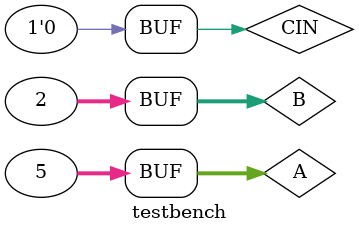
<source format=v>
module testbench;
   reg[31:0] A;
   reg[31:0] B;
   reg CIN;
   wire[31:0] SUM;
   wire COUT;

   add_sub_32 EVERYTHING (.a(A), .b(B), .sel(CIN), .sum(SUM), .cout(COUT));

  initial begin
    $monitor("A = %d B = %d CIN=%d SUM=%d COUT=%d", A, B, CIN, SUM, COUT);
    #0 A = 32'd24 ; B = 32'd10; CIN = 1'b1;
    #1 A = 4'b0000; B = 4'b0000; CIN = 1'b0;
    #1 A = 4'b1000; B = 4'b0010; CIN = 1'b0;
    #1 A = 4'b0101; B = 4'b0010; CIN = 1'b0;
  end
endmodule

</source>
